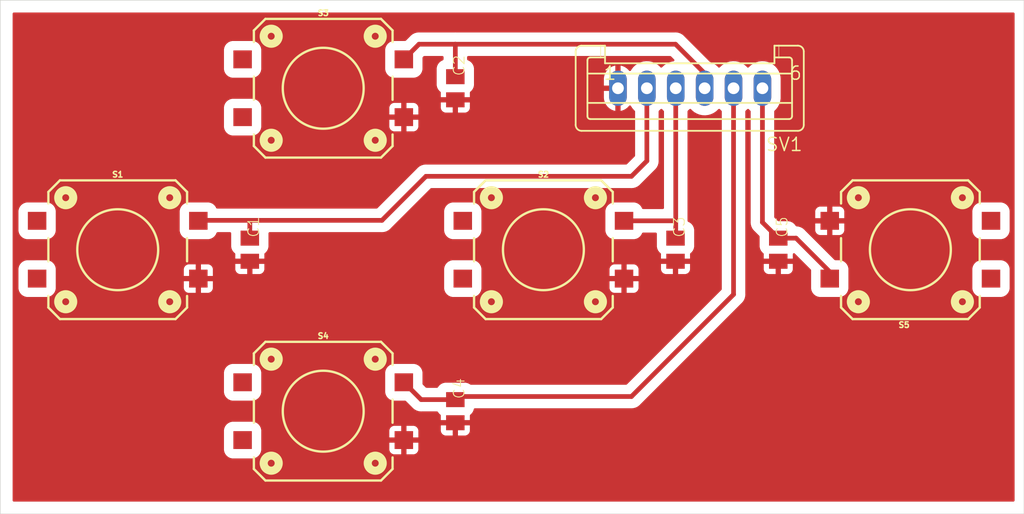
<source format=kicad_pcb>
(kicad_pcb (version 20211014) (generator pcbnew)
  (layers (0 "F.Cu" signal) (31 "B.Cu" signal) (34 "B.Paste" user) (35 "F.Paste" user) (36 "B.SilkS" user "B.Silkscreen") (37 "F.SilkS" user "F.Silkscreen") (38 "B.Mask" user) (39 "F.Mask" user) (44 "Edge.Cuts" user))
  (net 0 "")
  (net 1 "0V")
  (net 2 "N$1")
  (net 3 "N$2")
  (net 4 "N$3")
  (net 5 "N$4")
  (net 6 "N$5")
  (footprint "buttons:TACTILE_SWITCH_SMD_12MM" (layer "F.Cu") (at 132.1561 90.3936)
    (fp_text reference "S3" (at 0 -6.223) (layer "F.SilkS") (effects (font (size 0.48768 0.48768) (thickness 0.12192)) (justify bottom)))
    (fp_text value "forward")
    (fp_line (start 6 -1) (end 6 1) (layer "F.SilkS") (width 0.2032))
    (fp_line (start -6 5) (end -6 4) (layer "F.SilkS") (width 0.2032))
    (fp_line (start -6 5) (end -5 6) (layer "F.SilkS") (width 0.2032))
    (fp_line (start -5 -6) (end 5 -6) (layer "F.SilkS") (width 0.2032))
    (fp_line (start -6 1) (end -6 -1) (layer "F.SilkS") (width 0.2032))
    (fp_line (start 6 -5) (end 6 -4) (layer "F.SilkS") (width 0.2032))
    (fp_line (start 6 4) (end 6 5) (layer "F.SilkS") (width 0.2032))
    (fp_line (start 5 6) (end -5 6) (layer "F.SilkS") (width 0.2032))
    (fp_line (start 6 -5) (end 5 -6) (layer "F.SilkS") (width 0.2032))
    (fp_line (start -5 -6) (end -6 -5) (layer "F.SilkS") (width 0.2032))
    (fp_line (start -6 -4) (end -6 -5) (layer "F.SilkS") (width 0.2032))
    (fp_line (start 6 5) (end 5 6) (layer "F.SilkS") (width 0.2032))
    (fp_circle (center 0 0) (end 3.5 0) (layer "F.SilkS") (width 0.2032) (fill none))
    (fp_circle (center -4.5 -4.5) (end -4.2 -4.5) (layer "F.SilkS") (width 0.7) (fill none))
    (fp_circle (center 4.5 -4.5) (end 4.8 -4.5) (layer "F.SilkS") (width 0.7) (fill none))
    (fp_circle (center 4.5 4.5) (end 4.8 4.5) (layer "F.SilkS") (width 0.7) (fill none))
    (fp_circle (center -4.5 4.5) (end -4.2 4.5) (layer "F.SilkS") (width 0.7) (fill none))
    (pad "1" smd rect (at 6.975 2.5) (size 1.6 1.55) (layers "F.Cu" "F.Paste" "F.Mask") (net 1 "0V"))
    (pad "2" smd rect (at -6.975 2.5) (size 1.6 1.55) (layers "F.Cu" "F.Paste" "F.Mask"))
    (pad "3" smd rect (at 6.975 -2.5) (size 1.6 1.55) (layers "F.Cu" "F.Paste" "F.Mask") (net 4 "N$3"))
    (pad "4" smd rect (at -6.975 -2.5) (size 1.6 1.55) (layers "F.Cu" "F.Paste" "F.Mask"))
  )
  (footprint "buttons:C0805K" (layer "F.Cu") (at 162.6361 104.3636 -90)
    (fp_text reference "C3" (at -1 -0.875 -90) (layer "F.SilkS") (effects (font (size 0.93472 0.93472) (thickness 0.08128)) (justify left bottom)))
    (fp_text value "10nF")
    (pad "1" smd rect (at -1 0 270) (size 1.3 1.6) (layers "F.Cu" "F.Paste" "F.Mask") (net 3 "N$2"))
    (pad "2" smd rect (at 1 0 270) (size 1.3 1.6) (layers "F.Cu" "F.Paste" "F.Mask") (net 1 "0V"))
  )
  (footprint "buttons:C0805K" (layer "F.Cu") (at 143.5861 90.3936 -90)
    (fp_text reference "C2" (at -1 -0.875 -90) (layer "F.SilkS") (effects (font (size 0.93472 0.93472) (thickness 0.08128)) (justify left bottom)))
    (fp_text value "10nF")
    (pad "1" smd rect (at -1 0 270) (size 1.3 1.6) (layers "F.Cu" "F.Paste" "F.Mask") (net 4 "N$3"))
    (pad "2" smd rect (at 1 0 270) (size 1.3 1.6) (layers "F.Cu" "F.Paste" "F.Mask") (net 1 "0V"))
  )
  (footprint "buttons:TACTILE_SWITCH_SMD_12MM" (layer "F.Cu") (at 132.1561 118.3336)
    (fp_text reference "S4" (at 0 -6.223) (layer "F.SilkS") (effects (font (size 0.48768 0.48768) (thickness 0.12192)) (justify bottom)))
    (fp_text value "backward")
    (fp_line (start -6 5) (end -6 4) (layer "F.SilkS") (width 0.2032))
    (fp_line (start -6 5) (end -5 6) (layer "F.SilkS") (width 0.2032))
    (fp_line (start 6 -5) (end 5 -6) (layer "F.SilkS") (width 0.2032))
    (fp_line (start 5 6) (end -5 6) (layer "F.SilkS") (width 0.2032))
    (fp_line (start -5 -6) (end 5 -6) (layer "F.SilkS") (width 0.2032))
    (fp_line (start 6 -5) (end 6 -4) (layer "F.SilkS") (width 0.2032))
    (fp_line (start 6 5) (end 5 6) (layer "F.SilkS") (width 0.2032))
    (fp_line (start -6 1) (end -6 -1) (layer "F.SilkS") (width 0.2032))
    (fp_line (start 6 -1) (end 6 1) (layer "F.SilkS") (width 0.2032))
    (fp_line (start -6 -4) (end -6 -5) (layer "F.SilkS") (width 0.2032))
    (fp_line (start -5 -6) (end -6 -5) (layer "F.SilkS") (width 0.2032))
    (fp_line (start 6 4) (end 6 5) (layer "F.SilkS") (width 0.2032))
    (fp_circle (center -4.5 -4.5) (end -4.2 -4.5) (layer "F.SilkS") (width 0.7) (fill none))
    (fp_circle (center 4.5 4.5) (end 4.8 4.5) (layer "F.SilkS") (width 0.7) (fill none))
    (fp_circle (center 4.5 -4.5) (end 4.8 -4.5) (layer "F.SilkS") (width 0.7) (fill none))
    (fp_circle (center -4.5 4.5) (end -4.2 4.5) (layer "F.SilkS") (width 0.7) (fill none))
    (fp_circle (center 0 0) (end 3.5 0) (layer "F.SilkS") (width 0.2032) (fill none))
    (pad "1" smd rect (at 6.975 2.5) (size 1.6 1.55) (layers "F.Cu" "F.Paste" "F.Mask") (net 1 "0V"))
    (pad "2" smd rect (at -6.975 2.5) (size 1.6 1.55) (layers "F.Cu" "F.Paste" "F.Mask"))
    (pad "3" smd rect (at 6.975 -2.5) (size 1.6 1.55) (layers "F.Cu" "F.Paste" "F.Mask") (net 5 "N$4"))
    (pad "4" smd rect (at -6.975 -2.5) (size 1.6 1.55) (layers "F.Cu" "F.Paste" "F.Mask"))
  )
  (footprint "buttons:C0805K" (layer "F.Cu") (at 143.5861 118.3336 -90)
    (fp_text reference "C4" (at -1 -0.875 -90) (layer "F.SilkS") (effects (font (size 0.93472 0.93472) (thickness 0.08128)) (justify left bottom)))
    (fp_text value "10nF")
    (pad "1" smd rect (at -1 0 270) (size 1.3 1.6) (layers "F.Cu" "F.Paste" "F.Mask") (net 5 "N$4"))
    (pad "2" smd rect (at 1 0 270) (size 1.3 1.6) (layers "F.Cu" "F.Paste" "F.Mask") (net 1 "0V"))
  )
  (footprint "buttons:TACTILE_SWITCH_SMD_12MM" (layer "F.Cu") (at 114.3761 104.3636)
    (fp_text reference "S1" (at 0 -6.223) (layer "F.SilkS") (effects (font (size 0.48768 0.48768) (thickness 0.12192)) (justify bottom)))
    (fp_text value "left")
    (fp_line (start 6 -5) (end 5 -6) (layer "F.SilkS") (width 0.2032))
    (fp_line (start -6 5) (end -6 4) (layer "F.SilkS") (width 0.2032))
    (fp_line (start -5 -6) (end -6 -5) (layer "F.SilkS") (width 0.2032))
    (fp_line (start -6 -4) (end -6 -5) (layer "F.SilkS") (width 0.2032))
    (fp_line (start 6 5) (end 5 6) (layer "F.SilkS") (width 0.2032))
    (fp_line (start -5 -6) (end 5 -6) (layer "F.SilkS") (width 0.2032))
    (fp_line (start 6 -1) (end 6 1) (layer "F.SilkS") (width 0.2032))
    (fp_line (start 6 -5) (end 6 -4) (layer "F.SilkS") (width 0.2032))
    (fp_line (start -6 1) (end -6 -1) (layer "F.SilkS") (width 0.2032))
    (fp_line (start 5 6) (end -5 6) (layer "F.SilkS") (width 0.2032))
    (fp_line (start -6 5) (end -5 6) (layer "F.SilkS") (width 0.2032))
    (fp_line (start 6 4) (end 6 5) (layer "F.SilkS") (width 0.2032))
    (fp_circle (center 4.5 -4.5) (end 4.8 -4.5) (layer "F.SilkS") (width 0.7) (fill none))
    (fp_circle (center 0 0) (end 3.5 0) (layer "F.SilkS") (width 0.2032) (fill none))
    (fp_circle (center -4.5 4.5) (end -4.2 4.5) (layer "F.SilkS") (width 0.7) (fill none))
    (fp_circle (center 4.5 4.5) (end 4.8 4.5) (layer "F.SilkS") (width 0.7) (fill none))
    (fp_circle (center -4.5 -4.5) (end -4.2 -4.5) (layer "F.SilkS") (width 0.7) (fill none))
    (pad "1" smd rect (at 6.975 2.5) (size 1.6 1.55) (layers "F.Cu" "F.Paste" "F.Mask") (net 1 "0V"))
    (pad "2" smd rect (at -6.975 2.5) (size 1.6 1.55) (layers "F.Cu" "F.Paste" "F.Mask"))
    (pad "3" smd rect (at 6.975 -2.5) (size 1.6 1.55) (layers "F.Cu" "F.Paste" "F.Mask") (net 2 "N$1"))
    (pad "4" smd rect (at -6.975 -2.5) (size 1.6 1.55) (layers "F.Cu" "F.Paste" "F.Mask"))
  )
  (footprint "buttons:S06P" (layer "F.Cu") (at 163.9061 90.3936 180)
    (fp_text reference "SV1" (at -9.8028 -4.191 180) (layer "F.SilkS") (effects (font (size 1.143 1.143) (thickness 0.127)) (justify right top)))
    (fp_text value "")
    (fp_text user "1" (at 7.5708 0.635 180) (layer "F.SilkS") (effects (font (size 1.143 1.143) (thickness 0.127)) (justify left bottom)))
    (fp_text user "6" (at -8.482 0.635 180) (layer "F.SilkS") (effects (font (size 1.143 1.143) (thickness 0.127)) (justify left bottom)))
    (fp_line (start 7.749 3.683) (end 7.368 3.683) (layer "F.SilkS") (width 0.1524))
    (fp_line (start 9.4 3.683) (end 7.749 3.683) (layer "F.SilkS") (width 0.1524))
    (fp_line (start -8.812 -1.27) (end -8.812 -2.413) (layer "F.SilkS") (width 0.1524))
    (fp_line (start 7.368 2.667) (end 7.368 2.159) (layer "F.SilkS") (width 0.1524))
    (fp_line (start -7.669 3.683) (end -9.32 3.683) (layer "F.SilkS") (width 0.1524))
    (fp_line (start -7.288 2.667) (end -7.288 2.159) (layer "F.SilkS") (width 0.1524))
    (fp_line (start 8.892 2.413) (end 8.892 1.27) (layer "F.SilkS") (width 0.1524))
    (fp_line (start -8.812 2.413) (end -8.812 1.27) (layer "F.SilkS") (width 0.1524))
    (fp_line (start -7.288 3.683) (end -7.669 3.683) (layer "F.SilkS") (width 0.1524))
    (fp_line (start -7.288 2.159) (end 7.368 2.159) (layer "F.SilkS") (width 0.1524))
    (fp_line (start 7.368 2.667) (end 7.749 2.667) (layer "F.SilkS") (width 0.1524))
    (fp_line (start -7.669 2.667) (end -7.288 2.667) (layer "F.SilkS") (width 0.1524))
    (fp_line (start 7.749 2.667) (end 8.638 2.667) (layer "F.SilkS") (width 0.1524))
    (fp_line (start -7.288 2.667) (end -7.288 3.683) (layer "F.SilkS") (width 0.1524))
    (fp_line (start -8.812 -1.27) (end 8.892 -1.27) (layer "F.SilkS") (width 0.1524))
    (fp_line (start -7.669 2.667) (end -7.669 3.683) (layer "F.SilkS") (width 0.0508))
    (fp_line (start -8.812 1.27) (end 8.892 1.27) (layer "F.SilkS") (width 0.1524))
    (fp_line (start -9.32 -3.683) (end 9.4 -3.683) (layer "F.SilkS") (width 0.1524))
    (fp_line (start -8.812 1.27) (end -8.812 -1.27) (layer "F.SilkS") (width 0.1524))
    (fp_line (start 9.908 -3.175) (end 9.908 3.175) (layer "F.SilkS") (width 0.1524))
    (fp_line (start -9.828 -3.175) (end -9.828 3.175) (layer "F.SilkS") (width 0.1524))
    (fp_line (start -8.558 2.667) (end -7.669 2.667) (layer "F.SilkS") (width 0.1524))
    (fp_line (start 7.368 3.683) (end 7.368 2.667) (layer "F.SilkS") (width 0.1524))
    (fp_line (start 8.892 1.27) (end 8.892 -1.27) (layer "F.SilkS") (width 0.1524))
    (fp_line (start 8.892 -1.27) (end 8.892 -2.413) (layer "F.SilkS") (width 0.1524))
    (fp_line (start -8.558 -2.667) (end 8.638 -2.667) (layer "F.SilkS") (width 0.1524))
    (fp_line (start 7.749 2.667) (end 7.749 3.683) (layer "F.SilkS") (width 0.0508))
    (fp_arc (start 9.908 3.175) (mid 9.75921 3.53421) (end 9.4 3.683) (layer "F.SilkS") (width 0.1524))
    (fp_arc (start -8.558 2.667) (mid -8.737605 2.592605) (end -8.812 2.413) (layer "F.SilkS") (width 0.1524))
    (fp_arc (start -9.32 3.683) (mid -9.67921 3.53421) (end -9.828 3.175) (layer "F.SilkS") (width 0.1524))
    (fp_arc (start 9.4 -3.683) (mid 9.75921 -3.53421) (end 9.908 -3.175) (layer "F.SilkS") (width 0.1524))
    (fp_arc (start 8.638 -2.667) (mid 8.817605 -2.592605) (end 8.892 -2.413) (layer "F.SilkS") (width 0.1524))
    (fp_arc (start -9.828 -3.175) (mid -9.67921 -3.53421) (end -9.32 -3.683) (layer "F.SilkS") (width 0.1524))
    (fp_arc (start 8.892 2.413) (mid 8.817605 2.592605) (end 8.638 2.667) (layer "F.SilkS") (width 0.1524))
    (fp_arc (start -8.812 -2.413) (mid -8.737605 -2.592605) (end -8.558 -2.667) (layer "F.SilkS") (width 0.1524))
    (pad "1" thru_hole oval (at 6.25 0 270) (size 3.048 1.524) (drill 1.016) (layers *.Cu *.Mask) (net 1 "0V"))
    (pad "2" thru_hole oval (at 3.75 0 270) (size 3.048 1.524) (drill 1.016) (layers *.Cu *.Mask) (net 2 "N$1"))
    (pad "3" thru_hole oval (at 1.25 0 270) (size 3.048 1.524) (drill 1.016) (layers *.Cu *.Mask) (net 3 "N$2"))
    (pad "4" thru_hole oval (at -1.25 0 270) (size 3.048 1.524) (drill 1.016) (layers *.Cu *.Mask) (net 4 "N$3"))
    (pad "5" thru_hole oval (at -3.75 0 270) (size 3.048 1.524) (drill 1.016) (layers *.Cu *.Mask) (net 5 "N$4"))
    (pad "6" thru_hole oval (at -6.25 0 270) (size 3.048 1.524) (drill 1.016) (layers *.Cu *.Mask) (net 6 "N$5"))
  )
  (footprint "buttons:C0805K" (layer "F.Cu") (at 125.8061 104.3636 -90)
    (fp_text reference "C1" (at -1 -0.875 -90) (layer "F.SilkS") (effects (font (size 0.93472 0.93472) (thickness 0.08128)) (justify left bottom)))
    (fp_text value "10nF")
    (pad "1" smd rect (at -1 0 270) (size 1.3 1.6) (layers "F.Cu" "F.Paste" "F.Mask") (net 2 "N$1"))
    (pad "2" smd rect (at 1 0 270) (size 1.3 1.6) (layers "F.Cu" "F.Paste" "F.Mask") (net 1 "0V"))
  )
  (footprint "buttons:TACTILE_SWITCH_SMD_12MM" (layer "F.Cu") (at 151.2061 104.3636)
    (fp_text reference "S2" (at 0 -6.223) (layer "F.SilkS") (effects (font (size 0.48768 0.48768) (thickness 0.12192)) (justify bottom)))
    (fp_text value "right")
    (fp_line (start -5 -6) (end 5 -6) (layer "F.SilkS") (width 0.2032))
    (fp_line (start 5 6) (end -5 6) (layer "F.SilkS") (width 0.2032))
    (fp_line (start -6 1) (end -6 -1) (layer "F.SilkS") (width 0.2032))
    (fp_line (start 6 4) (end 6 5) (layer "F.SilkS") (width 0.2032))
    (fp_line (start 6 -5) (end 6 -4) (layer "F.SilkS") (width 0.2032))
    (fp_line (start 6 -5) (end 5 -6) (layer "F.SilkS") (width 0.2032))
    (fp_line (start -6 5) (end -5 6) (layer "F.SilkS") (width 0.2032))
    (fp_line (start -6 5) (end -6 4) (layer "F.SilkS") (width 0.2032))
    (fp_line (start 6 -1) (end 6 1) (layer "F.SilkS") (width 0.2032))
    (fp_line (start 6 5) (end 5 6) (layer "F.SilkS") (width 0.2032))
    (fp_line (start -5 -6) (end -6 -5) (layer "F.SilkS") (width 0.2032))
    (fp_line (start -6 -4) (end -6 -5) (layer "F.SilkS") (width 0.2032))
    (fp_circle (center -4.5 4.5) (end -4.2 4.5) (layer "F.SilkS") (width 0.7) (fill none))
    (fp_circle (center 4.5 4.5) (end 4.8 4.5) (layer "F.SilkS") (width 0.7) (fill none))
    (fp_circle (center 0 0) (end 3.5 0) (layer "F.SilkS") (width 0.2032) (fill none))
    (fp_circle (center -4.5 -4.5) (end -4.2 -4.5) (layer "F.SilkS") (width 0.7) (fill none))
    (fp_circle (center 4.5 -4.5) (end 4.8 -4.5) (layer "F.SilkS") (width 0.7) (fill none))
    (pad "1" smd rect (at 6.975 2.5) (size 1.6 1.55) (layers "F.Cu" "F.Paste" "F.Mask") (net 1 "0V"))
    (pad "2" smd rect (at -6.975 2.5) (size 1.6 1.55) (layers "F.Cu" "F.Paste" "F.Mask"))
    (pad "3" smd rect (at 6.975 -2.5) (size 1.6 1.55) (layers "F.Cu" "F.Paste" "F.Mask") (net 3 "N$2"))
    (pad "4" smd rect (at -6.975 -2.5) (size 1.6 1.55) (layers "F.Cu" "F.Paste" "F.Mask"))
  )
  (footprint "buttons:C0805K" (layer "F.Cu") (at 171.5261 104.3636 -90)
    (fp_text reference "C5" (at -1 -0.875 -90) (layer "F.SilkS") (effects (font (size 0.93472 0.93472) (thickness 0.08128)) (justify left bottom)))
    (fp_text value "10nF")
    (pad "1" smd rect (at -1 0 270) (size 1.3 1.6) (layers "F.Cu" "F.Paste" "F.Mask") (net 6 "N$5"))
    (pad "2" smd rect (at 1 0 270) (size 1.3 1.6) (layers "F.Cu" "F.Paste" "F.Mask") (net 1 "0V"))
  )
  (footprint "buttons:TACTILE_SWITCH_SMD_12MM" (layer "F.Cu") (at 182.9561 104.3636 180)
    (fp_text reference "S5" (at 0 -6.223 180) (layer "F.SilkS") (effects (font (size 0.48768 0.48768) (thickness 0.12192)) (justify right top)))
    (fp_text value "start")
    (fp_line (start 6 4) (end 6 5) (layer "F.SilkS") (width 0.2032))
    (fp_line (start -6 5) (end -5 6) (layer "F.SilkS") (width 0.2032))
    (fp_line (start -6 5) (end -6 4) (layer "F.SilkS") (width 0.2032))
    (fp_line (start -6 -4) (end -6 -5) (layer "F.SilkS") (width 0.2032))
    (fp_line (start -5 -6) (end -6 -5) (layer "F.SilkS") (width 0.2032))
    (fp_line (start 6 -1) (end 6 1) (layer "F.SilkS") (width 0.2032))
    (fp_line (start 6 5) (end 5 6) (layer "F.SilkS") (width 0.2032))
    (fp_line (start -5 -6) (end 5 -6) (layer "F.SilkS") (width 0.2032))
    (fp_line (start 5 6) (end -5 6) (layer "F.SilkS") (width 0.2032))
    (fp_line (start 6 -5) (end 6 -4) (layer "F.SilkS") (width 0.2032))
    (fp_line (start 6 -5) (end 5 -6) (layer "F.SilkS") (width 0.2032))
    (fp_line (start -6 1) (end -6 -1) (layer "F.SilkS") (width 0.2032))
    (fp_circle (center -4.5 4.5) (end -4.2 4.5) (layer "F.SilkS") (width 0.7) (fill none))
    (fp_circle (center 4.5 -4.5) (end 4.8 -4.5) (layer "F.SilkS") (width 0.7) (fill none))
    (fp_circle (center 4.5 4.5) (end 4.8 4.5) (layer "F.SilkS") (width 0.7) (fill none))
    (fp_circle (center 0 0) (end 3.5 0) (layer "F.SilkS") (width 0.2032) (fill none))
    (fp_circle (center -4.5 -4.5) (end -4.2 -4.5) (layer "F.SilkS") (width 0.7) (fill none))
    (pad "1" smd rect (at 6.975 2.5 180) (size 1.6 1.55) (layers "F.Cu" "F.Paste" "F.Mask") (net 1 "0V"))
    (pad "2" smd rect (at -6.975 2.5 180) (size 1.6 1.55) (layers "F.Cu" "F.Paste" "F.Mask"))
    (pad "3" smd rect (at 6.975 -2.5 180) (size 1.6 1.55) (layers "F.Cu" "F.Paste" "F.Mask") (net 6 "N$5"))
    (pad "4" smd rect (at -6.975 -2.5 180) (size 1.6 1.55) (layers "F.Cu" "F.Paste" "F.Mask"))
  )
  (gr_line (start 192.7861 82.7836) (end 104.2161 82.7836) (layer "Edge.Cuts") (width 0.05))
  (gr_line (start 192.7861 127.2236) (end 192.7861 82.7836) (layer "Edge.Cuts") (width 0.05))
  (gr_line (start 104.2161 82.7836) (end 104.2161 127.2236) (layer "Edge.Cuts") (width 0.05))
  (gr_line (start 104.2161 127.2236) (end 192.7861 127.2236) (layer "Edge.Cuts") (width 0.05))
  (segment (start 160.1561 90.3936) (end 160.1561 96.6836) (width 0.4064) (layer "F.Cu") (net 2))
  (segment (start 158.8261 98.0136) (end 141.0461 98.0136) (width 0.4064) (layer "F.Cu") (net 2))
  (segment (start 160.1561 96.6836) (end 158.8261 98.0136) (width 0.4064) (layer "F.Cu") (net 2))
  (segment (start 137.2361 101.8236) (end 125.8061 101.8236) (width 0.4064) (layer "F.Cu") (net 2))
  (segment (start 125.8061 101.8236) (end 121.3911 101.8236) (width 0.4064) (layer "F.Cu") (net 2))
  (segment (start 125.8061 103.3636) (end 125.8061 101.8236) (width 0.4064) (layer "F.Cu") (net 2))
  (segment (start 141.0461 98.0136) (end 137.2361 101.8236) (width 0.4064) (layer "F.Cu") (net 2))
  (segment (start 121.3911 101.8236) (end 121.3511 101.8636) (width 0.4064) (layer "F.Cu") (net 2))
  (segment (start 162.6561 90.3936) (end 162.6561 101.8236) (width 0.4064) (layer "F.Cu") (net 3))
  (segment (start 158.1811 101.8636) (end 162.6161 101.8636) (width 0.4064) (layer "F.Cu") (net 3))
  (segment (start 162.6161 101.8636) (end 162.6561 101.8236) (width 0.4064) (layer "F.Cu") (net 3))
  (segment (start 162.6561 101.8236) (end 162.6561 103.3436) (width 0.4064) (layer "F.Cu") (net 3))
  (segment (start 162.6561 103.3436) (end 162.6361 103.3636) (width 0.4064) (layer "F.Cu") (net 3))
  (segment (start 162.6361 86.5836) (end 143.5861 86.5836) (width 0.4064) (layer "F.Cu") (net 4))
  (segment (start 140.4411 86.5836) (end 139.1311 87.8936) (width 0.4064) (layer "F.Cu") (net 4))
  (segment (start 143.5861 89.3936) (end 143.5861 86.5836) (width 0.4064) (layer "F.Cu") (net 4))
  (segment (start 165.1561 89.1036) (end 162.6361 86.5836) (width 0.4064) (layer "F.Cu") (net 4))
  (segment (start 165.1561 90.3936) (end 165.1561 89.1036) (width 0.4064) (layer "F.Cu") (net 4))
  (segment (start 143.5861 86.5836) (end 140.4411 86.5836) (width 0.4064) (layer "F.Cu") (net 4))
  (segment (start 140.6311 117.3336) (end 139.1311 115.8336) (width 0.4064) (layer "F.Cu") (net 5))
  (segment (start 143.5861 117.3336) (end 140.6311 117.3336) (width 0.4064) (layer "F.Cu") (net 5))
  (segment (start 143.8561 117.0636) (end 143.5861 117.3336) (width 0.4064) (layer "F.Cu") (net 5))
  (segment (start 167.6561 108.2336) (end 158.8261 117.0636) (width 0.4064) (layer "F.Cu") (net 5))
  (segment (start 167.6561 90.3936) (end 167.6561 108.2336) (width 0.4064) (layer "F.Cu") (net 5))
  (segment (start 158.8261 117.0636) (end 143.8561 117.0636) (width 0.4064) (layer "F.Cu") (net 5))
  (segment (start 171.5261 103.3636) (end 173.0661 103.3636) (width 0.4064) (layer "F.Cu") (net 6))
  (segment (start 173.0661 103.3636) (end 175.9811 106.2786) (width 0.4064) (layer "F.Cu") (net 6))
  (segment (start 170.1561 90.3936) (end 170.1561 101.9936) (width 0.4064) (layer "F.Cu") (net 6))
  (segment (start 175.9811 106.8636) (end 175.9811 106.2786) (width 0.4064) (layer "F.Cu") (net 6))
  (segment (start 170.1561 101.9936) (end 171.5261 103.3636) (width 0.4064) (layer "F.Cu") (net 6))
  (zone (net 1) (net_name "0V") (layer "F.Cu") (priority 6) (connect_pads (clearance 0.8128)) (min_thickness 0.2032) (fill yes (thermal_gap 0.4564) (thermal_bridge_width 0.4564))
    (polygon (pts (xy 192.0493 126.1568) (xy 105.2829 126.1568) (xy 105.2829 83.8404) (xy 192.0493 83.8404)))
  )
)
</source>
